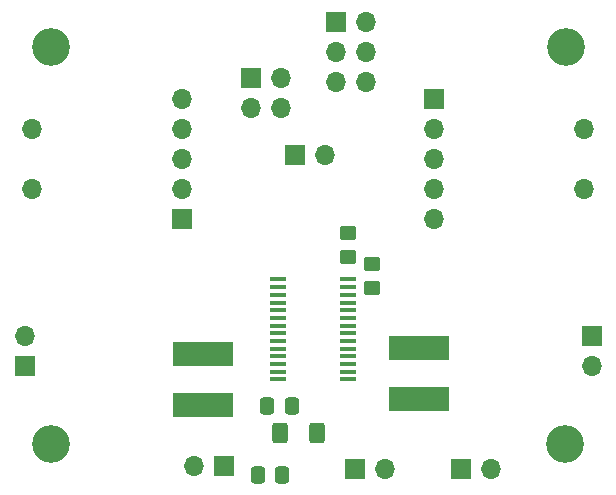
<source format=gbr>
%TF.GenerationSoftware,KiCad,Pcbnew,8.0.6-1.fc40*%
%TF.CreationDate,2024-12-02T14:58:13+01:00*%
%TF.ProjectId,PeltierDriver,50656c74-6965-4724-9472-697665722e6b,rev?*%
%TF.SameCoordinates,Original*%
%TF.FileFunction,Soldermask,Top*%
%TF.FilePolarity,Negative*%
%FSLAX46Y46*%
G04 Gerber Fmt 4.6, Leading zero omitted, Abs format (unit mm)*
G04 Created by KiCad (PCBNEW 8.0.6-1.fc40) date 2024-12-02 14:58:13*
%MOMM*%
%LPD*%
G01*
G04 APERTURE LIST*
G04 Aperture macros list*
%AMRoundRect*
0 Rectangle with rounded corners*
0 $1 Rounding radius*
0 $2 $3 $4 $5 $6 $7 $8 $9 X,Y pos of 4 corners*
0 Add a 4 corners polygon primitive as box body*
4,1,4,$2,$3,$4,$5,$6,$7,$8,$9,$2,$3,0*
0 Add four circle primitives for the rounded corners*
1,1,$1+$1,$2,$3*
1,1,$1+$1,$4,$5*
1,1,$1+$1,$6,$7*
1,1,$1+$1,$8,$9*
0 Add four rect primitives between the rounded corners*
20,1,$1+$1,$2,$3,$4,$5,0*
20,1,$1+$1,$4,$5,$6,$7,0*
20,1,$1+$1,$6,$7,$8,$9,0*
20,1,$1+$1,$8,$9,$2,$3,0*%
G04 Aperture macros list end*
%ADD10R,1.700000X1.700000*%
%ADD11O,1.700000X1.700000*%
%ADD12C,3.200000*%
%ADD13R,1.475000X0.450000*%
%ADD14RoundRect,0.250000X-0.337500X-0.475000X0.337500X-0.475000X0.337500X0.475000X-0.337500X0.475000X0*%
%ADD15RoundRect,0.250000X0.450000X-0.350000X0.450000X0.350000X-0.450000X0.350000X-0.450000X-0.350000X0*%
%ADD16R,5.100000X2.050000*%
%ADD17RoundRect,0.250000X0.400000X0.625000X-0.400000X0.625000X-0.400000X-0.625000X0.400000X-0.625000X0*%
G04 APERTURE END LIST*
D10*
%TO.C,VIBR1*%
X129050000Y-94430000D03*
D11*
X129050000Y-91890000D03*
X129050000Y-89350000D03*
X129050000Y-86810000D03*
X129050000Y-84270000D03*
X116350000Y-91890000D03*
X116350000Y-86810000D03*
%TD*%
D12*
%TO.C,REF\u002A\u002A*%
X117900000Y-79900000D03*
%TD*%
D13*
%TO.C,IC1*%
X137162000Y-99575000D03*
X137162000Y-100225000D03*
X137162000Y-100875000D03*
X137162000Y-101525000D03*
X137162000Y-102175000D03*
X137162000Y-102825000D03*
X137162000Y-103475000D03*
X137162000Y-104125000D03*
X137162000Y-104775000D03*
X137162000Y-105425000D03*
X137162000Y-106075000D03*
X137162000Y-106725000D03*
X137162000Y-107375000D03*
X137162000Y-108025000D03*
X143038000Y-108025000D03*
X143038000Y-107375000D03*
X143038000Y-106725000D03*
X143038000Y-106075000D03*
X143038000Y-105425000D03*
X143038000Y-104775000D03*
X143038000Y-104125000D03*
X143038000Y-103475000D03*
X143038000Y-102825000D03*
X143038000Y-102175000D03*
X143038000Y-101525000D03*
X143038000Y-100875000D03*
X143038000Y-100225000D03*
X143038000Y-99575000D03*
%TD*%
D14*
%TO.C,C8*%
X135412500Y-116100000D03*
X137487500Y-116100000D03*
%TD*%
D10*
%TO.C,J2*%
X115700000Y-106875000D03*
D11*
X115700000Y-104335000D03*
%TD*%
D15*
%TO.C,R1*%
X145100000Y-100300000D03*
X145100000Y-98300000D03*
%TD*%
D10*
%TO.C,Flex1*%
X152675000Y-115600000D03*
D11*
X155215000Y-115600000D03*
%TD*%
D10*
%TO.C,TH1*%
X143675000Y-115600000D03*
D11*
X146215000Y-115600000D03*
%TD*%
D10*
%TO.C,J4*%
X134825000Y-82525000D03*
D11*
X137365000Y-82525000D03*
X134825000Y-85065000D03*
X137365000Y-85065000D03*
%TD*%
D16*
%TO.C,L2*%
X130788000Y-105850000D03*
X130788000Y-110200000D03*
%TD*%
D14*
%TO.C,C7*%
X136250500Y-110275000D03*
X138325500Y-110275000D03*
%TD*%
D10*
%TO.C,J6*%
X142075000Y-77775000D03*
D11*
X144615000Y-77775000D03*
X142075000Y-80315000D03*
X144615000Y-80315000D03*
X142075000Y-82855000D03*
X144615000Y-82855000D03*
%TD*%
D10*
%TO.C,PE1*%
X132575000Y-115400000D03*
D11*
X130035000Y-115400000D03*
%TD*%
D10*
%TO.C,VIBR2*%
X150350000Y-84270000D03*
D11*
X150350000Y-86810000D03*
X150350000Y-89350000D03*
X150350000Y-91890000D03*
X150350000Y-94430000D03*
X163050000Y-86810000D03*
X163050000Y-91890000D03*
%TD*%
D10*
%TO.C,J1*%
X138575000Y-89050000D03*
D11*
X141115000Y-89050000D03*
%TD*%
D17*
%TO.C,R3*%
X140450000Y-112550000D03*
X137350000Y-112550000D03*
%TD*%
D15*
%TO.C,R2*%
X143086863Y-97639693D03*
X143086863Y-95639693D03*
%TD*%
D10*
%TO.C,J3*%
X163700000Y-104325000D03*
D11*
X163700000Y-106865000D03*
%TD*%
D12*
%TO.C,REF\u002A\u002A*%
X161450000Y-113500000D03*
%TD*%
%TO.C,REF\u002A\u002A*%
X117900000Y-113500000D03*
%TD*%
D16*
%TO.C,L1*%
X149100000Y-105375000D03*
X149100000Y-109725000D03*
%TD*%
D12*
%TO.C,REF\u002A\u002A*%
X161500000Y-79900000D03*
%TD*%
M02*

</source>
